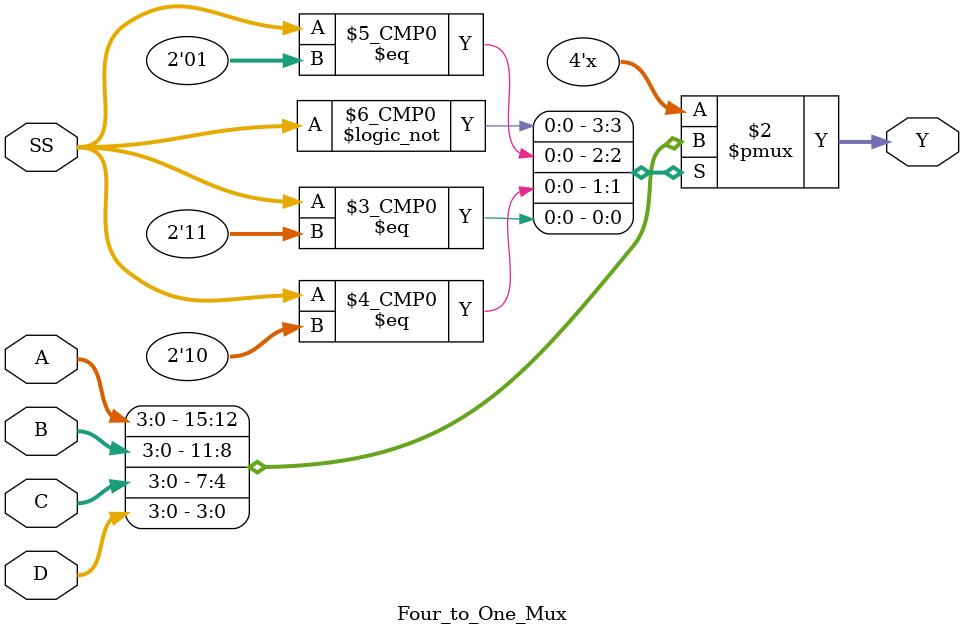
<source format=v>
`timescale 1ns / 1ps


module Four_to_One_Mux(
    input [3:0] A,
    input [3:0] B,
    input [3:0] C,
    input [3:0] D,
    input [1:0] SS,
    output reg [3:0] Y
    );
     

    
    always @(SS)
    begin
    case(SS)
    2'b00: Y = A;
    2'b01: Y = B;
    2'b10: Y = C;
    2'b11: Y = D;
    endcase
    end 
endmodule

</source>
